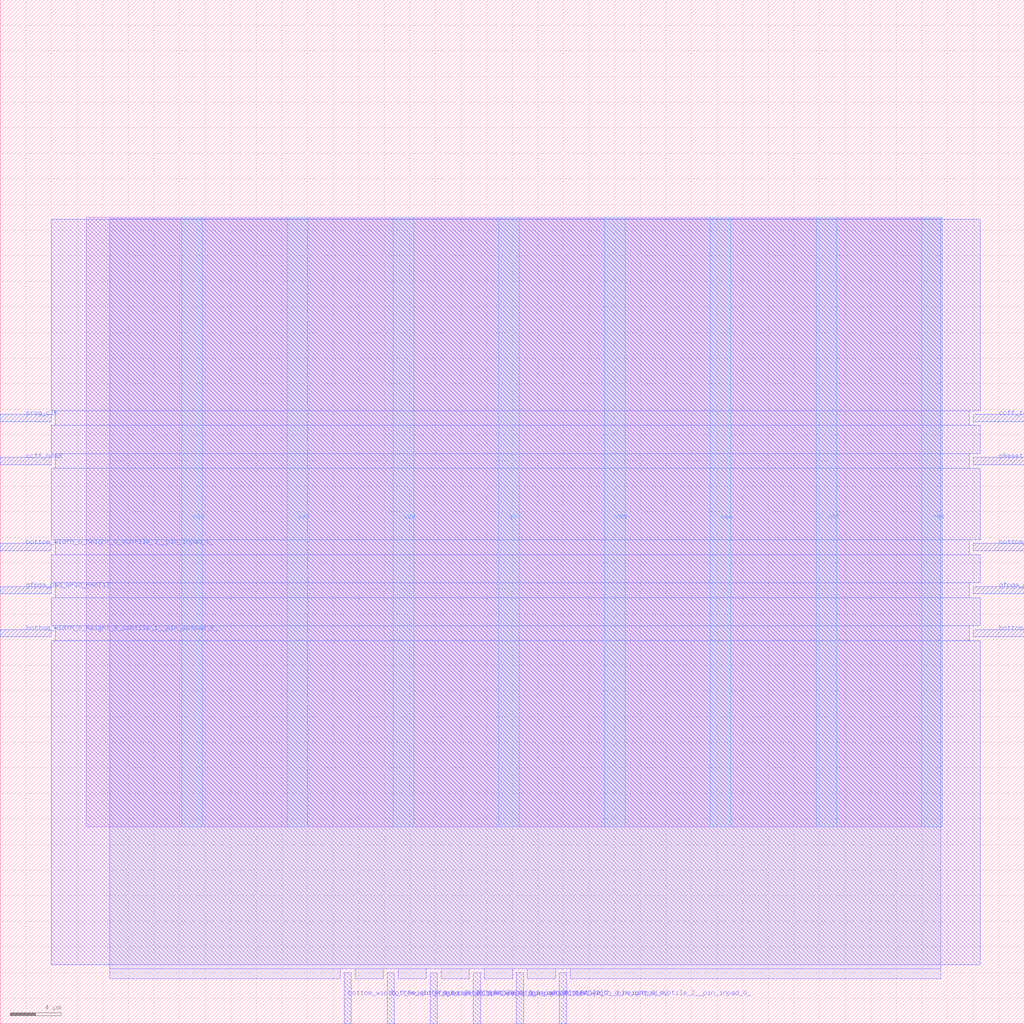
<source format=lef>
VERSION 5.7 ;
  NOWIREEXTENSIONATPIN ON ;
  DIVIDERCHAR "/" ;
  BUSBITCHARS "[]" ;
MACRO grid_io_top
  CLASS BLOCK ;
  FOREIGN grid_io_top ;
  ORIGIN 0.000 0.000 ;
  SIZE 80.000 BY 80.000 ;
  PIN bottom_width_0_height_0_subtile_0__pin_inpad_0_
    DIRECTION OUTPUT TRISTATE ;
    USE SIGNAL ;
    ANTENNADIFFAREA 2.080400 ;
    PORT
      LAYER Metal2 ;
        RECT 26.880 0.000 27.440 4.000 ;
    END
  END bottom_width_0_height_0_subtile_0__pin_inpad_0_
  PIN bottom_width_0_height_0_subtile_0__pin_outpad_0_
    DIRECTION INPUT ;
    USE SIGNAL ;
    ANTENNAGATEAREA 0.741000 ;
    ANTENNADIFFAREA 0.410400 ;
    PORT
      LAYER Metal2 ;
        RECT 30.240 0.000 30.800 4.000 ;
    END
  END bottom_width_0_height_0_subtile_0__pin_outpad_0_
  PIN bottom_width_0_height_0_subtile_1__pin_inpad_0_
    DIRECTION OUTPUT TRISTATE ;
    USE SIGNAL ;
    ANTENNADIFFAREA 1.986000 ;
    PORT
      LAYER Metal3 ;
        RECT 0.000 36.960 4.000 37.520 ;
    END
  END bottom_width_0_height_0_subtile_1__pin_inpad_0_
  PIN bottom_width_0_height_0_subtile_1__pin_outpad_0_
    DIRECTION INPUT ;
    USE SIGNAL ;
    ANTENNAGATEAREA 0.741000 ;
    ANTENNADIFFAREA 0.410400 ;
    PORT
      LAYER Metal3 ;
        RECT 0.000 30.240 4.000 30.800 ;
    END
  END bottom_width_0_height_0_subtile_1__pin_outpad_0_
  PIN bottom_width_0_height_0_subtile_2__pin_inpad_0_
    DIRECTION OUTPUT TRISTATE ;
    USE SIGNAL ;
    ANTENNADIFFAREA 2.080400 ;
    PORT
      LAYER Metal2 ;
        RECT 43.680 0.000 44.240 4.000 ;
    END
  END bottom_width_0_height_0_subtile_2__pin_inpad_0_
  PIN bottom_width_0_height_0_subtile_2__pin_outpad_0_
    DIRECTION INPUT ;
    USE SIGNAL ;
    ANTENNAGATEAREA 0.741000 ;
    ANTENNADIFFAREA 0.410400 ;
    PORT
      LAYER Metal2 ;
        RECT 36.960 0.000 37.520 4.000 ;
    END
  END bottom_width_0_height_0_subtile_2__pin_outpad_0_
  PIN bottom_width_0_height_0_subtile_3__pin_inpad_0_
    DIRECTION OUTPUT TRISTATE ;
    USE SIGNAL ;
    ANTENNADIFFAREA 1.986000 ;
    PORT
      LAYER Metal3 ;
        RECT 76.000 36.960 80.000 37.520 ;
    END
  END bottom_width_0_height_0_subtile_3__pin_inpad_0_
  PIN bottom_width_0_height_0_subtile_3__pin_outpad_0_
    DIRECTION INPUT ;
    USE SIGNAL ;
    ANTENNAGATEAREA 0.741000 ;
    ANTENNADIFFAREA 0.410400 ;
    PORT
      LAYER Metal3 ;
        RECT 76.000 30.240 80.000 30.800 ;
    END
  END bottom_width_0_height_0_subtile_3__pin_outpad_0_
  PIN ccff_head
    DIRECTION INPUT ;
    USE SIGNAL ;
    ANTENNAGATEAREA 0.741000 ;
    ANTENNADIFFAREA 0.410400 ;
    PORT
      LAYER Metal3 ;
        RECT 0.000 43.680 4.000 44.240 ;
    END
  END ccff_head
  PIN ccff_tail
    DIRECTION OUTPUT TRISTATE ;
    USE SIGNAL ;
    ANTENNADIFFAREA 1.986000 ;
    PORT
      LAYER Metal3 ;
        RECT 76.000 47.040 80.000 47.600 ;
    END
  END ccff_tail
  PIN gfpga_pad_GPIO_PAD[0]
    DIRECTION INOUT ;
    USE SIGNAL ;
    ANTENNADIFFAREA 2.080400 ;
    PORT
      LAYER Metal2 ;
        RECT 33.600 0.000 34.160 4.000 ;
    END
  END gfpga_pad_GPIO_PAD[0]
  PIN gfpga_pad_GPIO_PAD[1]
    DIRECTION INOUT ;
    USE SIGNAL ;
    ANTENNADIFFAREA 2.080400 ;
    PORT
      LAYER Metal3 ;
        RECT 0.000 33.600 4.000 34.160 ;
    END
  END gfpga_pad_GPIO_PAD[1]
  PIN gfpga_pad_GPIO_PAD[2]
    DIRECTION INOUT ;
    USE SIGNAL ;
    ANTENNADIFFAREA 2.080400 ;
    PORT
      LAYER Metal2 ;
        RECT 40.320 0.000 40.880 4.000 ;
    END
  END gfpga_pad_GPIO_PAD[2]
  PIN gfpga_pad_GPIO_PAD[3]
    DIRECTION INOUT ;
    USE SIGNAL ;
    ANTENNADIFFAREA 2.080400 ;
    PORT
      LAYER Metal3 ;
        RECT 76.000 33.600 80.000 34.160 ;
    END
  END gfpga_pad_GPIO_PAD[3]
  PIN pReset
    DIRECTION INPUT ;
    USE SIGNAL ;
    ANTENNAGATEAREA 0.726000 ;
    ANTENNADIFFAREA 0.410400 ;
    PORT
      LAYER Metal3 ;
        RECT 76.000 43.680 80.000 44.240 ;
    END
  END pReset
  PIN prog_clk
    DIRECTION INPUT ;
    USE SIGNAL ;
    ANTENNAGATEAREA 4.738000 ;
    ANTENNADIFFAREA 0.410400 ;
    PORT
      LAYER Metal3 ;
        RECT 0.000 47.040 4.000 47.600 ;
    END
  END prog_clk
  PIN vdd
    DIRECTION INOUT ;
    USE POWER ;
    PORT
      LAYER Metal4 ;
        RECT 14.180 15.380 15.780 63.020 ;
    END
    PORT
      LAYER Metal4 ;
        RECT 30.700 15.380 32.300 63.020 ;
    END
    PORT
      LAYER Metal4 ;
        RECT 47.220 15.380 48.820 63.020 ;
    END
    PORT
      LAYER Metal4 ;
        RECT 63.740 15.380 65.340 63.020 ;
    END
  END vdd
  PIN vss
    DIRECTION INOUT ;
    USE GROUND ;
    PORT
      LAYER Metal4 ;
        RECT 22.440 15.380 24.040 63.020 ;
    END
    PORT
      LAYER Metal4 ;
        RECT 38.960 15.380 40.560 63.020 ;
    END
    PORT
      LAYER Metal4 ;
        RECT 55.480 15.380 57.080 63.020 ;
    END
    PORT
      LAYER Metal4 ;
        RECT 72.000 15.380 73.600 63.020 ;
    END
  END vss
  OBS
      LAYER Metal1 ;
        RECT 6.720 15.380 73.600 63.020 ;
      LAYER Metal2 ;
        RECT 8.540 4.300 73.460 62.910 ;
        RECT 8.540 3.500 26.580 4.300 ;
        RECT 27.740 3.500 29.940 4.300 ;
        RECT 31.100 3.500 33.300 4.300 ;
        RECT 34.460 3.500 36.660 4.300 ;
        RECT 37.820 3.500 40.020 4.300 ;
        RECT 41.180 3.500 43.380 4.300 ;
        RECT 44.540 3.500 73.460 4.300 ;
      LAYER Metal3 ;
        RECT 4.000 47.900 76.580 62.860 ;
        RECT 4.300 46.740 75.700 47.900 ;
        RECT 4.000 44.540 76.580 46.740 ;
        RECT 4.300 43.380 75.700 44.540 ;
        RECT 4.000 37.820 76.580 43.380 ;
        RECT 4.300 36.660 75.700 37.820 ;
        RECT 4.000 34.460 76.580 36.660 ;
        RECT 4.300 33.300 75.700 34.460 ;
        RECT 4.000 31.100 76.580 33.300 ;
        RECT 4.300 29.940 75.700 31.100 ;
        RECT 4.000 4.620 76.580 29.940 ;
  END
END grid_io_top
END LIBRARY


</source>
